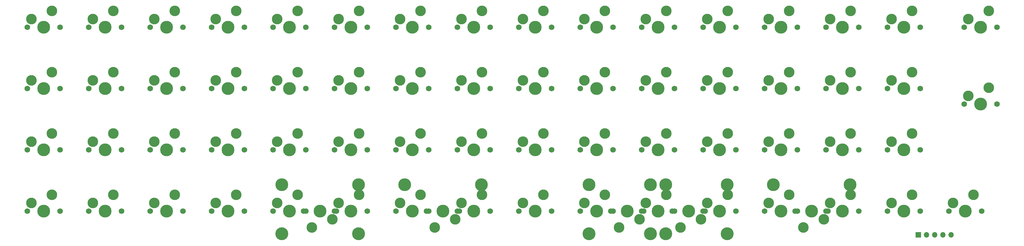
<source format=gts>
G04 #@! TF.GenerationSoftware,KiCad,Pcbnew,8.0.2-1.fc39*
G04 #@! TF.CreationDate,2024-06-01T14:36:52-04:00*
G04 #@! TF.ProjectId,KeychronQ9OrthoIntegrated,4b657963-6872-46f6-9e51-394f7274686f,rev?*
G04 #@! TF.SameCoordinates,Original*
G04 #@! TF.FileFunction,Soldermask,Top*
G04 #@! TF.FilePolarity,Negative*
%FSLAX46Y46*%
G04 Gerber Fmt 4.6, Leading zero omitted, Abs format (unit mm)*
G04 Created by KiCad (PCBNEW 8.0.2-1.fc39) date 2024-06-01 14:36:52*
%MOMM*%
%LPD*%
G01*
G04 APERTURE LIST*
%ADD10C,3.987800*%
%ADD11C,1.750000*%
%ADD12C,3.300000*%
%ADD13C,4.000000*%
%ADD14R,1.700000X1.700000*%
%ADD15O,1.700000X1.700000*%
G04 APERTURE END LIST*
D10*
G04 #@! TO.C,S3*
X161131250Y-74295000D03*
X137318750Y-74295000D03*
G04 #@! TD*
G04 #@! TO.C,S4*
X275431042Y-74295000D03*
X251618542Y-74295000D03*
G04 #@! TD*
D11*
G04 #@! TO.C,MX54*
X125730000Y-82550000D03*
D10*
X120650000Y-82550000D03*
D11*
X115570000Y-82550000D03*
D12*
X116840000Y-80010000D03*
X123190000Y-77470000D03*
G04 #@! TD*
D11*
G04 #@! TO.C,MX9*
X182880000Y-25400000D03*
D10*
X177800000Y-25400000D03*
D11*
X172720000Y-25400000D03*
D12*
X173990000Y-22860000D03*
X180340000Y-20320000D03*
G04 #@! TD*
D11*
G04 #@! TO.C,MX37*
X106680000Y-63500000D03*
D10*
X101600000Y-63500000D03*
D11*
X96520000Y-63500000D03*
D12*
X97790000Y-60960000D03*
X104140000Y-58420000D03*
G04 #@! TD*
D11*
G04 #@! TO.C,MX20*
X87630000Y-44450000D03*
D10*
X82550000Y-44450000D03*
D11*
X77470000Y-44450000D03*
D12*
X78740000Y-41910000D03*
X85090000Y-39370000D03*
G04 #@! TD*
D11*
G04 #@! TO.C,MX49*
X49530000Y-82550000D03*
D10*
X44450000Y-82550000D03*
D11*
X39370000Y-82550000D03*
D12*
X40640000Y-80010000D03*
X46990000Y-77470000D03*
G04 #@! TD*
D11*
G04 #@! TO.C,MX36*
X87630000Y-63500000D03*
D10*
X82550000Y-63500000D03*
D11*
X77470000Y-63500000D03*
D12*
X78740000Y-60960000D03*
X85090000Y-58420000D03*
G04 #@! TD*
D11*
G04 #@! TO.C,MX16*
X320992500Y-25400000D03*
D10*
X315912500Y-25400000D03*
D11*
X310832500Y-25400000D03*
D12*
X312102500Y-22860000D03*
X318452500Y-20320000D03*
G04 #@! TD*
D11*
G04 #@! TO.C,MX5*
X106680000Y-25400000D03*
D10*
X101600000Y-25400000D03*
D11*
X96520000Y-25400000D03*
D12*
X97790000Y-22860000D03*
X104140000Y-20320000D03*
G04 #@! TD*
D11*
G04 #@! TO.C,MX35*
X68580000Y-63500000D03*
D10*
X63500000Y-63500000D03*
D11*
X58420000Y-63500000D03*
D12*
X59690000Y-60960000D03*
X66040000Y-58420000D03*
G04 #@! TD*
D11*
G04 #@! TO.C,MX59*
X220980000Y-82550000D03*
D10*
X215900000Y-82550000D03*
D11*
X210820000Y-82550000D03*
D12*
X212090000Y-80010000D03*
X218440000Y-77470000D03*
G04 #@! TD*
D11*
G04 #@! TO.C,MX30*
X278130000Y-44450000D03*
D10*
X273050000Y-44450000D03*
D11*
X267970000Y-44450000D03*
D12*
X269240000Y-41910000D03*
X275590000Y-39370000D03*
G04 #@! TD*
D11*
G04 #@! TO.C,MX44*
X240030000Y-63500000D03*
D10*
X234950000Y-63500000D03*
D11*
X229870000Y-63500000D03*
D12*
X231140000Y-60960000D03*
X237490000Y-58420000D03*
G04 #@! TD*
D11*
G04 #@! TO.C,MX50*
X68580000Y-82550000D03*
D10*
X63500000Y-82550000D03*
D11*
X58420000Y-82550000D03*
D12*
X59690000Y-80010000D03*
X66040000Y-77470000D03*
G04 #@! TD*
D11*
G04 #@! TO.C,MX56*
X163830000Y-82550000D03*
D10*
X158750000Y-82550000D03*
D11*
X153670000Y-82550000D03*
D12*
X154940000Y-80010000D03*
X161290000Y-77470000D03*
G04 #@! TD*
D11*
G04 #@! TO.C,MX47*
X297180000Y-63500000D03*
D10*
X292100000Y-63500000D03*
D11*
X287020000Y-63500000D03*
D12*
X288290000Y-60960000D03*
X294640000Y-58420000D03*
G04 #@! TD*
D11*
G04 #@! TO.C,MX42*
X201930000Y-63500000D03*
D10*
X196850000Y-63500000D03*
D11*
X191770000Y-63500000D03*
D12*
X193040000Y-60960000D03*
X199390000Y-58420000D03*
G04 #@! TD*
D11*
G04 #@! TO.C,MX1*
X30480000Y-25400000D03*
D10*
X25400000Y-25400000D03*
D11*
X20320000Y-25400000D03*
D12*
X21590000Y-22860000D03*
X27940000Y-20320000D03*
G04 #@! TD*
D11*
G04 #@! TO.C,MX65*
X316230000Y-82550000D03*
D10*
X311150000Y-82550000D03*
D11*
X306070000Y-82550000D03*
D12*
X307340000Y-80010000D03*
X313690000Y-77470000D03*
G04 #@! TD*
D11*
G04 #@! TO.C,MX40*
X163830000Y-63500000D03*
D10*
X158750000Y-63500000D03*
D11*
X153670000Y-63500000D03*
D12*
X154940000Y-60960000D03*
X161290000Y-58420000D03*
G04 #@! TD*
D11*
G04 #@! TO.C,MX28*
X240030000Y-44450000D03*
D10*
X234950000Y-44450000D03*
D11*
X229870000Y-44450000D03*
D12*
X231140000Y-41910000D03*
X237490000Y-39370000D03*
G04 #@! TD*
D11*
G04 #@! TO.C,MX67*
X258444793Y-82550000D03*
D10*
X263524792Y-82550000D03*
D11*
X268604791Y-82550000D03*
D12*
X267334792Y-85090000D03*
X260984792Y-87630000D03*
G04 #@! TD*
D11*
G04 #@! TO.C,MX63*
X278130000Y-82550000D03*
D10*
X273050000Y-82550000D03*
D11*
X267970000Y-82550000D03*
D12*
X269240000Y-80010000D03*
X275590000Y-77470000D03*
G04 #@! TD*
D11*
G04 #@! TO.C,MX19*
X68580000Y-44450000D03*
D10*
X63500000Y-44450000D03*
D11*
X58420000Y-44450000D03*
D12*
X59690000Y-41910000D03*
X66040000Y-39370000D03*
G04 #@! TD*
D10*
G04 #@! TO.C,S5*
X194468749Y-74295000D03*
D13*
X194468750Y-89535000D03*
X218281250Y-89535000D03*
D10*
X218281251Y-74295000D03*
G04 #@! TD*
D11*
G04 #@! TO.C,MX51*
X87630000Y-82550000D03*
D10*
X82550000Y-82550000D03*
D11*
X77470000Y-82550000D03*
D12*
X78740000Y-80010000D03*
X85090000Y-77470000D03*
G04 #@! TD*
D10*
G04 #@! TO.C,S2*
X213518750Y-74295000D03*
D13*
X213518750Y-89535000D03*
D10*
X237331250Y-74295000D03*
D13*
X237331250Y-89535000D03*
G04 #@! TD*
D11*
G04 #@! TO.C,MX31*
X297180000Y-44450000D03*
D10*
X292100000Y-44450000D03*
D11*
X287020000Y-44450000D03*
D12*
X288290000Y-41910000D03*
X294640000Y-39370000D03*
G04 #@! TD*
D11*
G04 #@! TO.C,MX10*
X201930000Y-25400000D03*
D10*
X196850000Y-25400000D03*
D11*
X191770000Y-25400000D03*
D12*
X193040000Y-22860000D03*
X199390000Y-20320000D03*
G04 #@! TD*
D11*
G04 #@! TO.C,MX12*
X240030000Y-25400000D03*
D10*
X234950000Y-25400000D03*
D11*
X229870000Y-25400000D03*
D12*
X231140000Y-22860000D03*
X237490000Y-20320000D03*
G04 #@! TD*
D11*
G04 #@! TO.C,MX23*
X144780000Y-44450000D03*
D10*
X139700000Y-44450000D03*
D11*
X134620000Y-44450000D03*
D12*
X135890000Y-41910000D03*
X142240000Y-39370000D03*
G04 #@! TD*
D11*
G04 #@! TO.C,MX17*
X30480000Y-44450000D03*
D10*
X25400000Y-44450000D03*
D11*
X20320000Y-44450000D03*
D12*
X21590000Y-41910000D03*
X27940000Y-39370000D03*
G04 #@! TD*
D11*
G04 #@! TO.C,MX24*
X163830000Y-44450000D03*
D10*
X158750000Y-44450000D03*
D11*
X153670000Y-44450000D03*
D12*
X154940000Y-41910000D03*
X161290000Y-39370000D03*
G04 #@! TD*
D11*
G04 #@! TO.C,MX27*
X220980000Y-44450000D03*
D10*
X215900000Y-44450000D03*
D11*
X210820000Y-44450000D03*
D12*
X212090000Y-41910000D03*
X218440000Y-39370000D03*
G04 #@! TD*
D11*
G04 #@! TO.C,MX26*
X201930000Y-44450000D03*
D10*
X196850000Y-44450000D03*
D11*
X191770000Y-44450000D03*
D12*
X193040000Y-41910000D03*
X199390000Y-39370000D03*
G04 #@! TD*
D11*
G04 #@! TO.C,MX13*
X259080000Y-25400000D03*
D10*
X254000000Y-25400000D03*
D11*
X248920000Y-25400000D03*
D12*
X250190000Y-22860000D03*
X256540000Y-20320000D03*
G04 #@! TD*
D11*
G04 #@! TO.C,MX53*
X106045000Y-82550000D03*
D10*
X111125000Y-82550000D03*
D11*
X116205000Y-82550000D03*
D12*
X114935000Y-85090000D03*
X108585000Y-87630000D03*
G04 #@! TD*
D11*
G04 #@! TO.C,MX62*
X259080000Y-82550000D03*
D10*
X254000000Y-82550000D03*
D11*
X248920000Y-82550000D03*
D12*
X250190000Y-80010000D03*
X256540000Y-77470000D03*
G04 #@! TD*
D11*
G04 #@! TO.C,MX4*
X87630000Y-25400000D03*
D10*
X82550000Y-25400000D03*
D11*
X77470000Y-25400000D03*
D12*
X78740000Y-22860000D03*
X85090000Y-20320000D03*
G04 #@! TD*
D11*
G04 #@! TO.C,MX43*
X220980000Y-63500000D03*
D10*
X215900000Y-63500000D03*
D11*
X210820000Y-63500000D03*
D12*
X212090000Y-60960000D03*
X218440000Y-58420000D03*
G04 #@! TD*
D11*
G04 #@! TO.C,MX52*
X106680000Y-82550000D03*
D10*
X101600000Y-82550000D03*
D11*
X96520000Y-82550000D03*
D12*
X97790000Y-80010000D03*
X104140000Y-77470000D03*
G04 #@! TD*
D11*
G04 #@! TO.C,MX41*
X182880000Y-63500000D03*
D10*
X177800000Y-63500000D03*
D11*
X172720000Y-63500000D03*
D12*
X173990000Y-60960000D03*
X180340000Y-58420000D03*
G04 #@! TD*
D11*
G04 #@! TO.C,MX15*
X297180000Y-25400000D03*
D10*
X292100000Y-25400000D03*
D11*
X287020000Y-25400000D03*
D12*
X288290000Y-22860000D03*
X294640000Y-20320000D03*
G04 #@! TD*
D11*
G04 #@! TO.C,MX57*
X182880000Y-82550000D03*
D10*
X177800000Y-82550000D03*
D11*
X172720000Y-82550000D03*
D12*
X173990000Y-80010000D03*
X180340000Y-77470000D03*
G04 #@! TD*
D11*
G04 #@! TO.C,MX38*
X125730000Y-63500000D03*
D10*
X120650000Y-63500000D03*
D11*
X115570000Y-63500000D03*
D12*
X116840000Y-60960000D03*
X123190000Y-58420000D03*
G04 #@! TD*
D11*
G04 #@! TO.C,MX66*
X144145001Y-82550000D03*
D10*
X149225000Y-82550000D03*
D11*
X154304999Y-82550000D03*
D12*
X153035000Y-85090000D03*
X146685000Y-87630000D03*
G04 #@! TD*
D11*
G04 #@! TO.C,MX14*
X278130000Y-25400000D03*
D10*
X273050000Y-25400000D03*
D11*
X267970000Y-25400000D03*
D12*
X269240000Y-22860000D03*
X275590000Y-20320000D03*
G04 #@! TD*
D11*
G04 #@! TO.C,MX11*
X220980000Y-25400000D03*
D10*
X215900000Y-25400000D03*
D11*
X210820000Y-25400000D03*
D12*
X212090000Y-22860000D03*
X218440000Y-20320000D03*
G04 #@! TD*
D11*
G04 #@! TO.C,MX48*
X30480000Y-82550000D03*
D10*
X25400000Y-82550000D03*
D11*
X20320000Y-82550000D03*
D12*
X21590000Y-80010000D03*
X27940000Y-77470000D03*
G04 #@! TD*
D11*
G04 #@! TO.C,MX21*
X106680000Y-44450000D03*
D10*
X101600000Y-44450000D03*
D11*
X96520000Y-44450000D03*
D12*
X97790000Y-41910000D03*
X104140000Y-39370000D03*
G04 #@! TD*
D11*
G04 #@! TO.C,MX25*
X182880000Y-44450000D03*
D10*
X177800000Y-44450000D03*
D11*
X172720000Y-44450000D03*
D12*
X173990000Y-41910000D03*
X180340000Y-39370000D03*
G04 #@! TD*
D11*
G04 #@! TO.C,MX32*
X320992500Y-49212500D03*
D10*
X315912500Y-49212500D03*
D11*
X310832500Y-49212500D03*
D12*
X312102500Y-46672500D03*
X318452500Y-44132500D03*
G04 #@! TD*
D11*
G04 #@! TO.C,MX22*
X125730000Y-44450000D03*
D10*
X120650000Y-44450000D03*
D11*
X115570000Y-44450000D03*
D12*
X116840000Y-41910000D03*
X123190000Y-39370000D03*
G04 #@! TD*
D11*
G04 #@! TO.C,MX46*
X278130000Y-63500000D03*
D10*
X273050000Y-63500000D03*
D11*
X267970000Y-63500000D03*
D12*
X269240000Y-60960000D03*
X275590000Y-58420000D03*
G04 #@! TD*
D11*
G04 #@! TO.C,MX39*
X144780000Y-63500000D03*
D10*
X139700000Y-63500000D03*
D11*
X134620000Y-63500000D03*
D12*
X135890000Y-60960000D03*
X142240000Y-58420000D03*
G04 #@! TD*
D11*
G04 #@! TO.C,MX29*
X259080000Y-44450000D03*
D10*
X254000000Y-44450000D03*
D11*
X248920000Y-44450000D03*
D12*
X250190000Y-41910000D03*
X256540000Y-39370000D03*
G04 #@! TD*
D11*
G04 #@! TO.C,MX61*
X240030000Y-82550000D03*
D10*
X234950000Y-82550000D03*
D11*
X229870000Y-82550000D03*
D12*
X231140000Y-80010000D03*
X237490000Y-77470000D03*
G04 #@! TD*
D11*
G04 #@! TO.C,MX33*
X30480000Y-63500000D03*
D10*
X25400000Y-63500000D03*
D11*
X20320000Y-63500000D03*
D12*
X21590000Y-60960000D03*
X27940000Y-58420000D03*
G04 #@! TD*
D11*
G04 #@! TO.C,MX34*
X49530000Y-63500000D03*
D10*
X44450000Y-63500000D03*
D11*
X39370000Y-63500000D03*
D12*
X40640000Y-60960000D03*
X46990000Y-58420000D03*
G04 #@! TD*
D10*
G04 #@! TO.C,S1*
X99218750Y-74295000D03*
D13*
X99218750Y-89535000D03*
D10*
X123031250Y-74295000D03*
D13*
X123031250Y-89535000D03*
G04 #@! TD*
D14*
G04 #@! TO.C,J3*
X296584432Y-89892112D03*
D15*
X299124432Y-89892112D03*
X301664432Y-89892112D03*
X304204432Y-89892112D03*
X306744432Y-89892112D03*
G04 #@! TD*
D11*
G04 #@! TO.C,MX45*
X259080000Y-63500000D03*
D10*
X254000000Y-63500000D03*
D11*
X248920000Y-63500000D03*
D12*
X250190000Y-60960000D03*
X256540000Y-58420000D03*
G04 #@! TD*
D11*
G04 #@! TO.C,MX68*
X201295001Y-82550000D03*
D10*
X206375000Y-82550000D03*
D11*
X211454999Y-82550000D03*
D12*
X210185000Y-85090000D03*
X203835000Y-87630000D03*
G04 #@! TD*
D11*
G04 #@! TO.C,MX64*
X297180000Y-82550000D03*
D10*
X292100000Y-82550000D03*
D11*
X287020000Y-82550000D03*
D12*
X288290000Y-80010000D03*
X294640000Y-77470000D03*
G04 #@! TD*
D11*
G04 #@! TO.C,MX18*
X49530000Y-44450000D03*
D10*
X44450000Y-44450000D03*
D11*
X39370000Y-44450000D03*
D12*
X40640000Y-41910000D03*
X46990000Y-39370000D03*
G04 #@! TD*
D11*
G04 #@! TO.C,MX55*
X144780000Y-82550000D03*
D10*
X139700000Y-82550000D03*
D11*
X134620000Y-82550000D03*
D12*
X135890000Y-80010000D03*
X142240000Y-77470000D03*
G04 #@! TD*
D11*
G04 #@! TO.C,MX60*
X220345000Y-82550000D03*
D10*
X225425000Y-82550000D03*
D11*
X230505000Y-82550000D03*
D12*
X229235000Y-85090000D03*
X222885000Y-87630000D03*
G04 #@! TD*
D11*
G04 #@! TO.C,MX2*
X49530000Y-25400000D03*
D10*
X44450000Y-25400000D03*
D11*
X39370000Y-25400000D03*
D12*
X40640000Y-22860000D03*
X46990000Y-20320000D03*
G04 #@! TD*
D11*
G04 #@! TO.C,MX58*
X201930000Y-82550000D03*
D10*
X196850000Y-82550000D03*
D11*
X191770000Y-82550000D03*
D12*
X193040000Y-80010000D03*
X199390000Y-77470000D03*
G04 #@! TD*
D11*
G04 #@! TO.C,MX6*
X125730000Y-25400000D03*
D10*
X120650000Y-25400000D03*
D11*
X115570000Y-25400000D03*
D12*
X116840000Y-22860000D03*
X123190000Y-20320000D03*
G04 #@! TD*
D11*
G04 #@! TO.C,MX8*
X163830000Y-25400000D03*
D10*
X158750000Y-25400000D03*
D11*
X153670000Y-25400000D03*
D12*
X154940000Y-22860000D03*
X161290000Y-20320000D03*
G04 #@! TD*
D11*
G04 #@! TO.C,MX7*
X144780000Y-25400000D03*
D10*
X139700000Y-25400000D03*
D11*
X134620000Y-25400000D03*
D12*
X135890000Y-22860000D03*
X142240000Y-20320000D03*
G04 #@! TD*
D11*
G04 #@! TO.C,MX3*
X68580000Y-25400000D03*
D10*
X63500000Y-25400000D03*
D11*
X58420000Y-25400000D03*
D12*
X59690000Y-22860000D03*
X66040000Y-20320000D03*
G04 #@! TD*
M02*

</source>
